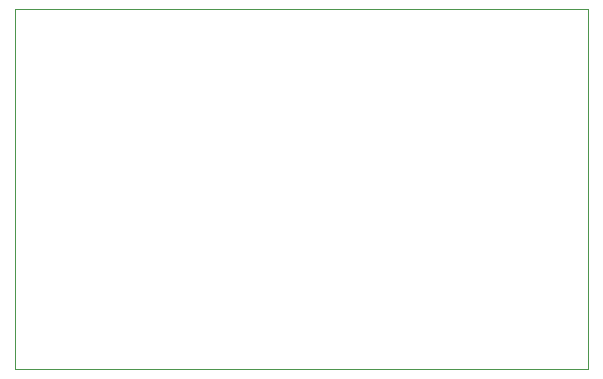
<source format=gko>
G04 #@! TF.FileFunction,Profile,NP*
%FSLAX46Y46*%
G04 Gerber Fmt 4.6, Leading zero omitted, Abs format (unit mm)*
G04 Created by KiCad (PCBNEW (2014-11-08 BZR 5258)-product) date Tue 11 Nov 2014 09:30:07 AM EST*
%MOMM*%
G01*
G04 APERTURE LIST*
%ADD10C,0.100000*%
G04 APERTURE END LIST*
D10*
X87000000Y-59500000D02*
X87000000Y-90000000D01*
X135500000Y-59500000D02*
X135500000Y-90000000D01*
X87000000Y-59500000D02*
X135500000Y-59500000D01*
X135500000Y-90000000D02*
X87000000Y-90000000D01*
M02*

</source>
